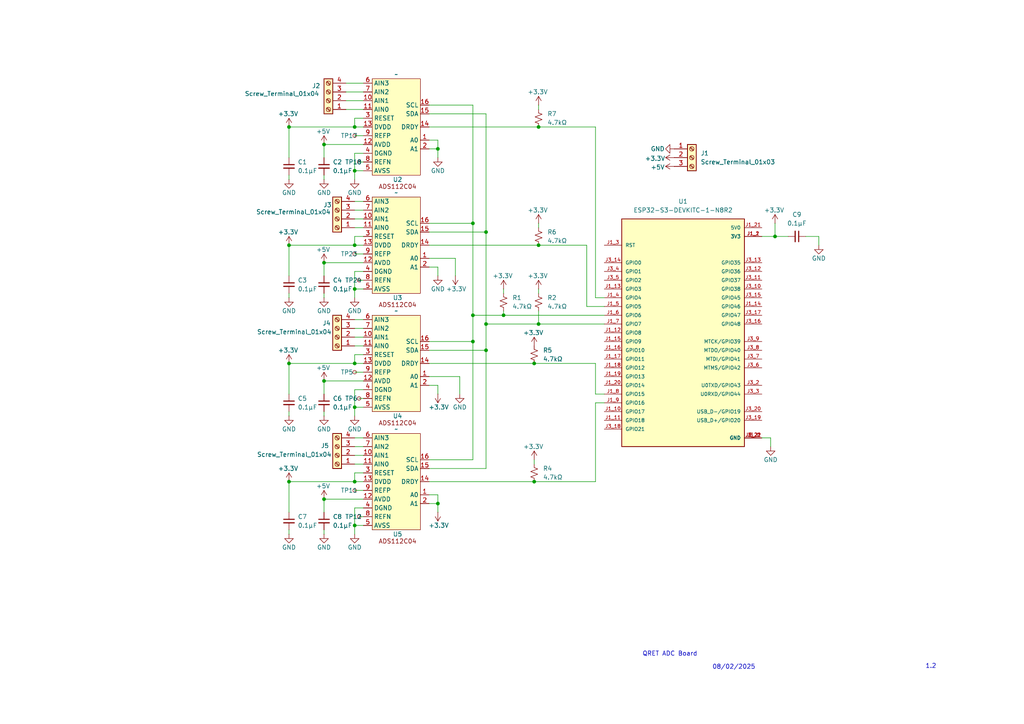
<source format=kicad_sch>
(kicad_sch (version 20231120) (generator "eeschema") (generator_version "8.0")
  (paper "A4")
  (lib_symbols
    (symbol "ADS112C04_1"
      (property "Reference" "U" (at -0.762 -12.7 0))
      (symbol "ADS112C04_1_1_1"
        (rectangle (start -7.62 16.51) (end 6.35 -11.43) (fill (type background)))
        (text "ADS112C04" (at -0.254 -14.732 0) (effects (font (size 1.27 1.27))))
        (pin input line (at 8.89 -1.27 180) (length 2.54) (name "A0") (number "1"))
        (pin input line (at -10.16 10.16 0) (length 2.54) (name "AIN1") (number "10"))
        (pin input line (at -10.16 7.62 0) (length 2.54) (name "AIN0") (number "11"))
        (pin power_in line (at -10.16 -2.54 0) (length 2.54) (name "AVDD") (number "12"))
        (pin power_in line (at -10.16 2.54 0) (length 2.54) (name "DVDD") (number "13"))
        (pin output line (at 8.89 2.54 180) (length 2.54) (name "DRDY") (number "14"))
        (pin bidirectional line (at 8.89 6.35 180) (length 2.54) (name "SDA") (number "15"))
        (pin input line (at 8.89 8.89 180) (length 2.54) (name "SCL") (number "16"))
        (pin input line (at 8.89 -3.81 180) (length 2.54) (name "A1") (number "2"))
        (pin input line (at -10.16 5.08 0) (length 2.54) (name "RESET") (number "3"))
        (pin power_in line (at -10.16 -5.08 0) (length 2.54) (name "DGND") (number "4"))
        (pin power_in line (at -10.16 -10.16 0) (length 2.54) (name "AVSS") (number "5"))
        (pin input line (at -10.16 15.24 0) (length 2.54) (name "AIN3") (number "6"))
        (pin input line (at -10.16 12.7 0) (length 2.54) (name "AIN2") (number "7"))
        (pin input line (at -10.16 -7.62 0) (length 2.54) (name "REFN") (number "8"))
        (pin input line (at -10.16 0 0) (length 2.54) (name "REFP") (number "9"))
      )
    )
    (symbol "Connector:Screw_Terminal_01x03" (pin_names (offset 1.016) hide)
      (property "Reference" "J" (at 0 5.08 0))
      (property "Value" "Screw_Terminal_01x03" (at 0 -5.08 0))
      (symbol "Screw_Terminal_01x03_1_1"
        (rectangle (start -1.27 3.81) (end 1.27 -3.81) (stroke (width 0.254)) (fill (type background)))
        (circle (center 0 -2.54) (radius 0.635) (stroke (width 0.1524)))
        (polyline (pts (xy -0.5334 -2.2098) (xy 0.3302 -3.048)) (stroke (width 0.1524)))
        (polyline (pts (xy -0.5334 0.3302) (xy 0.3302 -0.508)) (stroke (width 0.1524)))
        (polyline (pts (xy -0.5334 2.8702) (xy 0.3302 2.032)) (stroke (width 0.1524)))
        (polyline (pts (xy -0.3556 -2.032) (xy 0.508 -2.8702)) (stroke (width 0.1524)))
        (polyline (pts (xy -0.3556 0.508) (xy 0.508 -0.3302)) (stroke (width 0.1524)))
        (polyline (pts (xy -0.3556 3.048) (xy 0.508 2.2098)) (stroke (width 0.1524)))
        (circle (center 0 0) (radius 0.635) (stroke (width 0.1524)))
        (circle (center 0 2.54) (radius 0.635) (stroke (width 0.1524)))
        (pin passive line (at -5.08 2.54 0) (length 3.81) (name "Pin_1") (number "1"))
        (pin passive line (at -5.08 0 0) (length 3.81) (name "Pin_2") (number "2"))
        (pin passive line (at -5.08 -2.54 0) (length 3.81) (name "Pin_3") (number "3"))
      )
    )
    (symbol "Connector:Screw_Terminal_01x04" (pin_names (offset 1.016) hide)
      (property "Reference" "J" (at 0 5.08 0))
      (property "Value" "Screw_Terminal_01x04" (at 0 -7.62 0))
      (symbol "Screw_Terminal_01x04_1_1"
        (rectangle (start -1.27 3.81) (end 1.27 -6.35) (stroke (width 0.254)) (fill (type background)))
        (circle (center 0 -5.08) (radius 0.635) (stroke (width 0.1524)))
        (circle (center 0 -2.54) (radius 0.635) (stroke (width 0.1524)))
        (polyline (pts (xy -0.5334 -4.7498) (xy 0.3302 -5.588)) (stroke (width 0.1524)))
        (polyline (pts (xy -0.5334 -2.2098) (xy 0.3302 -3.048)) (stroke (width 0.1524)))
        (polyline (pts (xy -0.5334 0.3302) (xy 0.3302 -0.508)) (stroke (width 0.1524)))
        (polyline (pts (xy -0.5334 2.8702) (xy 0.3302 2.032)) (stroke (width 0.1524)))
        (polyline (pts (xy -0.3556 -4.572) (xy 0.508 -5.4102)) (stroke (width 0.1524)))
        (polyline (pts (xy -0.3556 -2.032) (xy 0.508 -2.8702)) (stroke (width 0.1524)))
        (polyline (pts (xy -0.3556 0.508) (xy 0.508 -0.3302)) (stroke (width 0.1524)))
        (polyline (pts (xy -0.3556 3.048) (xy 0.508 2.2098)) (stroke (width 0.1524)))
        (circle (center 0 0) (radius 0.635) (stroke (width 0.1524)))
        (circle (center 0 2.54) (radius 0.635) (stroke (width 0.1524)))
        (pin passive line (at -5.08 2.54 0) (length 3.81) (name "Pin_1") (number "1"))
        (pin passive line (at -5.08 0 0) (length 3.81) (name "Pin_2") (number "2"))
        (pin passive line (at -5.08 -2.54 0) (length 3.81) (name "Pin_3") (number "3"))
        (pin passive line (at -5.08 -5.08 0) (length 3.81) (name "Pin_4") (number "4"))
      )
    )
    (symbol "Connector:TestPoint_Small" (pin_numbers hide) (pin_names (offset 0.762) hide)
      (property "Reference" "TP" (at 0 3.81 0))
      (property "Value" "TestPoint_Small" (at 0 2.032 0))
      (symbol "TestPoint_Small_0_1"
        (circle (center 0 0) (radius 0.508))
      )
      (symbol "TestPoint_Small_1_1"
        (pin passive line (at 0 0 90) (length 0) (name "1") (number "1"))
      )
    )
    (symbol "Device:C_Small" (pin_numbers hide) (pin_names (offset 0.254) hide)
      (property "Reference" "C" (at 0.254 1.778 0))
      (property "Value" "C_Small" (at 0.254 -2.032 0))
      (symbol "C_Small_0_1"
        (polyline (pts (xy -1.524 -0.508) (xy 1.524 -0.508)) (stroke (width 0.3302)))
        (polyline (pts (xy -1.524 0.508) (xy 1.524 0.508)) (stroke (width 0.3048)))
      )
      (symbol "C_Small_1_1"
        (pin passive line (at 0 2.54 270) (length 2.032) (name "~") (number "1"))
        (pin passive line (at 0 -2.54 90) (length 2.032) (name "~") (number "2"))
      )
    )
    (symbol "Device:R_Small_US" (pin_numbers hide) (pin_names (offset 0.254) hide)
      (property "Reference" "R" (at 0.762 0.508 0))
      (property "Value" "R_Small_US" (at 0.762 -1.016 0))
      (symbol "R_Small_US_1_1"
        (polyline (pts (xy 0 0) (xy 1.016 -0.381) (xy 0 -0.762) (xy -1.016 -1.143) (xy 0 -1.524)))
        (polyline (pts (xy 0 1.524) (xy 1.016 1.143) (xy 0 0.762) (xy -1.016 0.381) (xy 0 0)))
        (pin passive line (at 0 2.54 270) (length 1.016) (name "~") (number "1"))
        (pin passive line (at 0 -2.54 90) (length 1.016) (name "~") (number "2"))
      )
    )
    (symbol "ESP32-S3-DEVKITC-1-N8R2:ESP32-S3-DEVKITC-1-N8R2" (pin_names (offset 1.016))
      (property "Reference" "U" (at -17.78 35.56 0))
      (property "Value" "ESP32-S3-DEVKITC-1-N8R2" (at -17.78 -35.56 0))
      (symbol "ESP32-S3-DEVKITC-1-N8R2_0_0"
        (rectangle (start -17.78 -33.02) (end 17.78 33.02) (stroke (width 0.254)) (fill (type background)))
        (pin power_in line (at 22.86 27.94 180) (length 5.08) (name "3V3") (number "J1_1"))
        (pin bidirectional line (at -22.86 -22.86 0) (length 5.08) (name "GPIO17") (number "J1_10"))
        (pin bidirectional line (at -22.86 -25.4 0) (length 5.08) (name "GPIO18") (number "J1_11"))
        (pin bidirectional line (at -22.86 0 0) (length 5.08) (name "GPIO8") (number "J1_12"))
        (pin bidirectional line (at -22.86 12.7 0) (length 5.08) (name "GPIO3") (number "J1_13"))
        (pin bidirectional line (at 22.86 7.62 180) (length 5.08) (name "GPIO46") (number "J1_14"))
        (pin bidirectional line (at -22.86 -2.54 0) (length 5.08) (name "GPIO9") (number "J1_15"))
        (pin bidirectional line (at -22.86 -5.08 0) (length 5.08) (name "GPIO10") (number "J1_16"))
        (pin bidirectional line (at -22.86 -7.62 0) (length 5.08) (name "GPIO11") (number "J1_17"))
        (pin bidirectional line (at -22.86 -10.16 0) (length 5.08) (name "GPIO12") (number "J1_18"))
        (pin bidirectional line (at -22.86 -12.7 0) (length 5.08) (name "GPIO13") (number "J1_19"))
        (pin power_in line (at 22.86 27.94 180) (length 5.08) (name "3V3") (number "J1_2"))
        (pin bidirectional line (at -22.86 -15.24 0) (length 5.08) (name "GPIO14") (number "J1_20"))
        (pin power_in line (at 22.86 30.48 180) (length 5.08) (name "5V0") (number "J1_21"))
        (pin power_in line (at 22.86 -30.48 180) (length 5.08) (name "GND") (number "J1_22"))
        (pin input line (at -22.86 25.4 0) (length 5.08) (name "RST") (number "J1_3"))
        (pin bidirectional line (at -22.86 10.16 0) (length 5.08) (name "GPIO4") (number "J1_4"))
        (pin bidirectional line (at -22.86 7.62 0) (length 5.08) (name "GPIO5") (number "J1_5"))
        (pin bidirectional line (at -22.86 5.08 0) (length 5.08) (name "GPIO6") (number "J1_6"))
        (pin bidirectional line (at -22.86 2.54 0) (length 5.08) (name "GPIO7") (number "J1_7"))
        (pin bidirectional line (at -22.86 -17.78 0) (length 5.08) (name "GPIO15") (number "J1_8"))
        (pin bidirectional line (at -22.86 -20.32 0) (length 5.08) (name "GPIO16") (number "J1_9"))
        (pin power_in line (at 22.86 -30.48 180) (length 5.08) (name "GND") (number "J3_1"))
        (pin bidirectional line (at 22.86 12.7 180) (length 5.08) (name "GPIO38") (number "J3_10"))
        (pin bidirectional line (at 22.86 15.24 180) (length 5.08) (name "GPIO37") (number "J3_11"))
        (pin bidirectional line (at 22.86 17.78 180) (length 5.08) (name "GPIO36") (number "J3_12"))
        (pin bidirectional line (at 22.86 20.32 180) (length 5.08) (name "GPIO35") (number "J3_13"))
        (pin bidirectional line (at -22.86 20.32 0) (length 5.08) (name "GPIO0") (number "J3_14"))
        (pin bidirectional line (at 22.86 10.16 180) (length 5.08) (name "GPIO45") (number "J3_15"))
        (pin bidirectional line (at 22.86 2.54 180) (length 5.08) (name "GPIO48") (number "J3_16"))
        (pin bidirectional line (at 22.86 5.08 180) (length 5.08) (name "GPIO47") (number "J3_17"))
        (pin bidirectional line (at -22.86 -27.94 0) (length 5.08) (name "GPIO21") (number "J3_18"))
        (pin bidirectional line (at 22.86 -25.4 180) (length 5.08) (name "USB_D+/GPIO20") (number "J3_19"))
        (pin bidirectional line (at 22.86 -15.24 180) (length 5.08) (name "U0TXD/GPIO43") (number "J3_2"))
        (pin bidirectional line (at 22.86 -22.86 180) (length 5.08) (name "USB_D-/GPIO19") (number "J3_20"))
        (pin power_in line (at 22.86 -30.48 180) (length 5.08) (name "GND") (number "J3_21"))
        (pin power_in line (at 22.86 -30.48 180) (length 5.08) (name "GND") (number "J3_22"))
        (pin bidirectional line (at 22.86 -17.78 180) (length 5.08) (name "U0RXD/GPIO44") (number "J3_3"))
        (pin bidirectional line (at -22.86 17.78 0) (length 5.08) (name "GPIO1") (number "J3_4"))
        (pin bidirectional line (at -22.86 15.24 0) (length 5.08) (name "GPIO2") (number "J3_5"))
        (pin bidirectional line (at 22.86 -10.16 180) (length 5.08) (name "MTMS/GPIO42") (number "J3_6"))
        (pin bidirectional line (at 22.86 -7.62 180) (length 5.08) (name "MTDI/GPIO41") (number "J3_7"))
        (pin bidirectional line (at 22.86 -5.08 180) (length 5.08) (name "MTDO/GPIO40") (number "J3_8"))
        (pin bidirectional line (at 22.86 -2.54 180) (length 5.08) (name "MTCK/GPIO39") (number "J3_9"))
      )
    )
    (symbol "power:+3.3V" (power) (pin_numbers hide) (pin_names (offset 0) hide)
      (property "Value" "+3.3V" (at 0 3.556 0))
      (symbol "+3.3V_0_1"
        (polyline (pts (xy -0.762 1.27) (xy 0 2.54)))
        (polyline (pts (xy 0 0) (xy 0 2.54)))
        (polyline (pts (xy 0 2.54) (xy 0.762 1.27)))
      )
      (symbol "+3.3V_1_1"
        (pin power_in line (at 0 0 90) (length 0) (name "~") (number "1"))
      )
    )
    (symbol "power:GND" (power) (pin_numbers hide) (pin_names (offset 0) hide)
      (property "Value" "GND" (at 0 -3.81 0))
      (symbol "GND_0_1"
        (polyline (pts (xy 0 0) (xy 0 -1.27) (xy 1.27 -1.27) (xy 0 -2.54) (xy -1.27 -1.27) (xy 0 -1.27)))
      )
      (symbol "GND_1_1"
        (pin power_in line (at 0 0 270) (length 0) (name "~") (number "1"))
      )
    )
  )
  (junction (at 93.98 144.78))
  (junction (at 140.97 101.6))
  (junction (at 156.21 93.98))
  (junction (at 224.79 68.58))
  (junction (at 156.21 71.12))
  (junction (at 102.87 36.83))
  (junction (at 93.98 41.91))
  (junction (at 137.16 64.77))
  (junction (at 140.97 67.31))
  (junction (at 102.87 49.53))
  (junction (at 102.87 105.41))
  (junction (at 83.82 105.41))
  (junction (at 93.98 110.49))
  (junction (at 83.82 139.7))
  (junction (at 156.21 36.83))
  (junction (at 154.94 139.7))
  (junction (at 137.16 91.44))
  (junction (at 83.82 71.12))
  (junction (at 102.87 152.4))
  (junction (at 137.16 99.06))
  (junction (at 154.94 105.41))
  (junction (at 102.87 139.7))
  (junction (at 102.87 71.12))
  (junction (at 83.82 36.83))
  (junction (at 140.97 93.98))
  (junction (at 146.05 91.44))
  (junction (at 127 43.18))
  (junction (at 102.87 83.82))
  (junction (at 93.98 76.2))
  (junction (at 127 146.05))
  (junction (at 102.87 118.11))
  (wire (pts (xy 93.98 110.49) (xy 93.98 114.3)))
  (wire (pts (xy 156.21 64.77) (xy 156.21 66.04)))
  (wire (pts (xy 105.41 152.4) (xy 102.87 152.4)))
  (wire (pts (xy 102.87 105.41) (xy 105.41 105.41)))
  (wire (pts (xy 124.46 77.47) (xy 127 77.47)))
  (wire (pts (xy 124.46 43.18) (xy 127 43.18)))
  (wire (pts (xy 93.98 76.2) (xy 105.41 76.2)))
  (wire (pts (xy 140.97 93.98) (xy 140.97 101.6)))
  (wire (pts (xy 102.87 100.33) (xy 105.41 100.33)))
  (wire (pts (xy 237.49 68.58) (xy 237.49 71.12)))
  (wire (pts (xy 102.87 78.74) (xy 102.87 83.82)))
  (wire (pts (xy 156.21 90.17) (xy 156.21 93.98)))
  (wire (pts (xy 83.82 139.7) (xy 102.87 139.7)))
  (wire (pts (xy 102.87 97.79) (xy 105.41 97.79)))
  (wire (pts (xy 105.41 78.74) (xy 102.87 78.74)))
  (wire (pts (xy 93.98 41.91) (xy 93.98 45.72)))
  (wire (pts (xy 140.97 67.31) (xy 124.46 67.31)))
  (wire (pts (xy 220.98 127) (xy 223.52 127)))
  (wire (pts (xy 127 111.76) (xy 127 114.3)))
  (wire (pts (xy 102.87 127) (xy 105.41 127)))
  (wire (pts (xy 124.46 74.93) (xy 132.08 74.93)))
  (wire (pts (xy 93.98 153.67) (xy 93.98 154.94)))
  (wire (pts (xy 83.82 105.41) (xy 102.87 105.41)))
  (wire (pts (xy 124.46 36.83) (xy 156.21 36.83)))
  (wire (pts (xy 102.87 137.16) (xy 102.87 139.7)))
  (wire (pts (xy 100.33 24.13) (xy 105.41 24.13)))
  (wire (pts (xy 172.72 36.83) (xy 172.72 86.36)))
  (wire (pts (xy 137.16 64.77) (xy 137.16 91.44)))
  (wire (pts (xy 132.08 74.93) (xy 132.08 80.01)))
  (wire (pts (xy 83.82 153.67) (xy 83.82 154.94)))
  (wire (pts (xy 104.14 115.57) (xy 105.41 115.57)))
  (wire (pts (xy 127 43.18) (xy 127 45.72)))
  (wire (pts (xy 102.87 44.45) (xy 102.87 49.53)))
  (wire (pts (xy 104.14 149.86) (xy 105.41 149.86)))
  (wire (pts (xy 124.46 111.76) (xy 127 111.76)))
  (wire (pts (xy 102.87 73.66) (xy 105.41 73.66)))
  (wire (pts (xy 233.68 68.58) (xy 237.49 68.58)))
  (wire (pts (xy 102.87 36.83) (xy 105.41 36.83)))
  (wire (pts (xy 124.46 71.12) (xy 156.21 71.12)))
  (wire (pts (xy 154.94 139.7) (xy 172.72 139.7)))
  (wire (pts (xy 102.87 152.4) (xy 102.87 154.94)))
  (wire (pts (xy 104.14 81.28) (xy 105.41 81.28)))
  (wire (pts (xy 102.87 129.54) (xy 105.41 129.54)))
  (wire (pts (xy 224.79 68.58) (xy 224.79 64.77)))
  (wire (pts (xy 140.97 33.02) (xy 140.97 67.31)))
  (wire (pts (xy 140.97 93.98) (xy 156.21 93.98)))
  (wire (pts (xy 156.21 30.48) (xy 156.21 31.75)))
  (wire (pts (xy 154.94 133.35) (xy 154.94 134.62)))
  (wire (pts (xy 100.33 26.67) (xy 105.41 26.67)))
  (wire (pts (xy 124.46 101.6) (xy 140.97 101.6)))
  (wire (pts (xy 102.87 49.53) (xy 102.87 52.07)))
  (wire (pts (xy 156.21 71.12) (xy 170.18 71.12)))
  (wire (pts (xy 170.18 88.9) (xy 175.26 88.9)))
  (wire (pts (xy 156.21 83.82) (xy 156.21 85.09)))
  (wire (pts (xy 220.98 68.58) (xy 224.79 68.58)))
  (wire (pts (xy 102.87 139.7) (xy 105.41 139.7)))
  (wire (pts (xy 224.79 68.58) (xy 228.6 68.58)))
  (wire (pts (xy 127 40.64) (xy 127 43.18)))
  (wire (pts (xy 146.05 83.82) (xy 146.05 85.09)))
  (wire (pts (xy 172.72 105.41) (xy 172.72 114.3)))
  (wire (pts (xy 102.87 107.95) (xy 105.41 107.95)))
  (wire (pts (xy 223.52 127) (xy 223.52 129.54)))
  (wire (pts (xy 137.16 91.44) (xy 137.16 99.06)))
  (wire (pts (xy 102.87 95.25) (xy 105.41 95.25)))
  (wire (pts (xy 83.82 119.38) (xy 83.82 120.65)))
  (wire (pts (xy 102.87 66.04) (xy 105.41 66.04)))
  (wire (pts (xy 105.41 113.03) (xy 102.87 113.03)))
  (wire (pts (xy 146.05 90.17) (xy 146.05 91.44)))
  (wire (pts (xy 124.46 143.51) (xy 127 143.51)))
  (wire (pts (xy 105.41 68.58) (xy 102.87 68.58)))
  (wire (pts (xy 105.41 102.87) (xy 102.87 102.87)))
  (wire (pts (xy 105.41 49.53) (xy 102.87 49.53)))
  (wire (pts (xy 105.41 147.32) (xy 102.87 147.32)))
  (wire (pts (xy 140.97 135.89) (xy 140.97 101.6)))
  (wire (pts (xy 124.46 133.35) (xy 137.16 133.35)))
  (wire (pts (xy 102.87 83.82) (xy 102.87 86.36)))
  (wire (pts (xy 172.72 116.84) (xy 172.72 139.7)))
  (wire (pts (xy 102.87 92.71) (xy 105.41 92.71)))
  (wire (pts (xy 100.33 29.21) (xy 105.41 29.21)))
  (wire (pts (xy 93.98 144.78) (xy 93.98 148.59)))
  (wire (pts (xy 83.82 71.12) (xy 102.87 71.12)))
  (wire (pts (xy 124.46 105.41) (xy 154.94 105.41)))
  (wire (pts (xy 83.82 50.8) (xy 83.82 52.07)))
  (wire (pts (xy 93.98 119.38) (xy 93.98 120.65)))
  (wire (pts (xy 105.41 34.29) (xy 102.87 34.29)))
  (wire (pts (xy 124.46 30.48) (xy 137.16 30.48)))
  (wire (pts (xy 137.16 30.48) (xy 137.16 64.77)))
  (wire (pts (xy 156.21 93.98) (xy 175.26 93.98)))
  (wire (pts (xy 102.87 34.29) (xy 102.87 36.83)))
  (wire (pts (xy 172.72 116.84) (xy 175.26 116.84)))
  (wire (pts (xy 102.87 58.42) (xy 105.41 58.42)))
  (wire (pts (xy 127 146.05) (xy 127 148.59)))
  (wire (pts (xy 102.87 39.37) (xy 105.41 39.37)))
  (wire (pts (xy 172.72 86.36) (xy 175.26 86.36)))
  (wire (pts (xy 102.87 71.12) (xy 105.41 71.12)))
  (wire (pts (xy 83.82 36.83) (xy 102.87 36.83)))
  (wire (pts (xy 100.33 31.75) (xy 105.41 31.75)))
  (wire (pts (xy 146.05 91.44) (xy 175.26 91.44)))
  (wire (pts (xy 154.94 105.41) (xy 172.72 105.41)))
  (wire (pts (xy 124.46 135.89) (xy 140.97 135.89)))
  (wire (pts (xy 105.41 83.82) (xy 102.87 83.82)))
  (wire (pts (xy 124.46 64.77) (xy 137.16 64.77)))
  (wire (pts (xy 83.82 36.83) (xy 83.82 45.72)))
  (wire (pts (xy 124.46 146.05) (xy 127 146.05)))
  (wire (pts (xy 93.98 41.91) (xy 105.41 41.91)))
  (wire (pts (xy 172.72 114.3) (xy 175.26 114.3)))
  (wire (pts (xy 137.16 91.44) (xy 146.05 91.44)))
  (wire (pts (xy 83.82 105.41) (xy 83.82 114.3)))
  (wire (pts (xy 83.82 85.09) (xy 83.82 86.36)))
  (wire (pts (xy 140.97 67.31) (xy 140.97 93.98)))
  (wire (pts (xy 93.98 110.49) (xy 105.41 110.49)))
  (wire (pts (xy 105.41 44.45) (xy 102.87 44.45)))
  (wire (pts (xy 124.46 109.22) (xy 133.35 109.22)))
  (wire (pts (xy 133.35 109.22) (xy 133.35 114.3)))
  (wire (pts (xy 124.46 40.64) (xy 127 40.64)))
  (wire (pts (xy 83.82 71.12) (xy 83.82 80.01)))
  (wire (pts (xy 105.41 118.11) (xy 102.87 118.11)))
  (wire (pts (xy 102.87 102.87) (xy 102.87 105.41)))
  (wire (pts (xy 102.87 118.11) (xy 102.87 120.65)))
  (wire (pts (xy 102.87 147.32) (xy 102.87 152.4)))
  (wire (pts (xy 137.16 99.06) (xy 124.46 99.06)))
  (wire (pts (xy 93.98 50.8) (xy 93.98 52.07)))
  (wire (pts (xy 105.41 137.16) (xy 102.87 137.16)))
  (wire (pts (xy 156.21 36.83) (xy 172.72 36.83)))
  (wire (pts (xy 124.46 33.02) (xy 140.97 33.02)))
  (wire (pts (xy 102.87 134.62) (xy 105.41 134.62)))
  (wire (pts (xy 83.82 139.7) (xy 83.82 148.59)))
  (wire (pts (xy 93.98 144.78) (xy 105.41 144.78)))
  (wire (pts (xy 137.16 133.35) (xy 137.16 99.06)))
  (wire (pts (xy 93.98 76.2) (xy 93.98 80.01)))
  (wire (pts (xy 127 143.51) (xy 127 146.05)))
  (wire (pts (xy 104.14 46.99) (xy 105.41 46.99)))
  (wire (pts (xy 102.87 60.96) (xy 105.41 60.96)))
  (wire (pts (xy 127 77.47) (xy 127 80.01)))
  (wire (pts (xy 102.87 68.58) (xy 102.87 71.12)))
  (wire (pts (xy 102.87 63.5) (xy 105.41 63.5)))
  (wire (pts (xy 102.87 113.03) (xy 102.87 118.11)))
  (wire (pts (xy 170.18 71.12) (xy 170.18 88.9)))
  (wire (pts (xy 124.46 139.7) (xy 154.94 139.7)))
  (wire (pts (xy 93.98 85.09) (xy 93.98 86.36)))
  (wire (pts (xy 102.87 132.08) (xy 105.41 132.08)))
  (wire (pts (xy 102.87 142.24) (xy 105.41 142.24)))
  (text "1.2" (at 270.002 193.294 0) (effects (font (size 1.27 1.27))))
  (text "08/02/2025" (at 212.852 193.548 0) (effects (font (size 1.27 1.27))))
  (text "QRET ADC Board" (at 194.31 189.738 0) (effects (font (size 1.27 1.27))))
  (symbol (lib_id "Device:C_Small") (at 231.14 68.58 270) (unit 1)
    (property "Reference" "C9" (at 231.1336 62.23 90))
    (property "Value" "0.1μF" (at 231.1336 64.77 90))
    (property "Footprint" "Capacitor_THT:C_Disc_D4.7mm_W2.5mm_P5.00mm" (effects (hide yes)))
    (property "Description" "Unpolarized capacitor, small symbol" (effects (hide yes)))
  )
  (symbol (lib_id "power:GND") (at 127 45.72 0) (unit 1)
    (property "Reference" "#PWR018" (effects (hide yes)))
    (property "Value" "GND" (at 127 49.53 0))
    (property "Description" "Power symbol creates a global label with name \"GND\" , ground" (effects (hide yes)))
  )
  (symbol (lib_id "Connector:Screw_Terminal_01x04") (at 97.79 132.08 180) (unit 1)
    (property "Reference" "J5" (at 94.234 129.286 0))
    (property "Value" "Screw_Terminal_01x04" (at 85.344 131.826 0))
    (property "Footprint" "TerminalBlock:TerminalBlock_Xinya_XY308-2.54-4P_1x04_P2.54mm_Horizontal" (effects (hide yes)))
    (property "Description" "Generic screw terminal, single row, 01x04, script generated (kicad-library-utils/schlib/autogen/connector/)" (effects (hide yes)))
  )
  (symbol (lib_id "power:+3.3V") (at 93.98 144.78 0) (unit 1)
    (property "Reference" "#PWR020" (effects (hide yes)))
    (property "Value" "+5V" (at 93.726 140.97 0))
    (property "Description" "Power symbol creates a global label with name \"+3.3V\"" (effects (hide yes)))
  )
  (symbol (lib_id "power:GND") (at 83.82 52.07 0) (unit 1)
    (property "Reference" "#PWR04" (effects (hide yes)))
    (property "Value" "GND" (at 83.82 55.88 0))
    (property "Description" "Power symbol creates a global label with name \"GND\" , ground" (effects (hide yes)))
  )
  (symbol (lib_id "Device:C_Small") (at 83.82 48.26 0) (unit 1)
    (property "Reference" "C1" (at 86.36 46.9962 0) (effects (justify left)))
    (property "Value" "0.1μF" (at 86.36 49.5362 0) (effects (justify left)))
    (property "Footprint" "Capacitor_THT:C_Disc_D4.7mm_W2.5mm_P5.00mm" (effects (hide yes)))
    (property "Description" "Unpolarized capacitor, small symbol" (effects (hide yes)))
  )
  (symbol (lib_id "Device:C_Small") (at 93.98 48.26 0) (unit 1)
    (property "Reference" "C2" (at 96.52 46.9962 0) (effects (justify left)))
    (property "Value" "0.1μF" (at 96.52 49.5362 0) (effects (justify left)))
    (property "Footprint" "Capacitor_THT:C_Disc_D4.7mm_W2.5mm_P5.00mm" (effects (hide yes)))
    (property "Description" "Unpolarized capacitor, small symbol" (effects (hide yes)))
  )
  (symbol (lib_id "power:GND") (at 102.87 154.94 0) (unit 1)
    (property "Reference" "#PWR023" (effects (hide yes)))
    (property "Value" "GND" (at 102.87 158.75 0))
    (property "Description" "Power symbol creates a global label with name \"GND\" , ground" (effects (hide yes)))
  )
  (symbol (lib_id "power:+3.3V") (at 195.58 48.26 90) (unit 1)
    (property "Reference" "#PWR036" (effects (hide yes)))
    (property "Value" "+5V" (at 190.754 48.514 90))
    (property "Description" "Power symbol creates a global label with name \"+3.3V\"" (effects (hide yes)))
  )
  (symbol (lib_id "Connector:Screw_Terminal_01x03") (at 200.66 45.72 0) (unit 1)
    (property "Reference" "J1" (at 203.2 44.4499 0) (effects (justify left)))
    (property "Value" "Screw_Terminal_01x03" (at 203.2 46.9899 0) (effects (justify left)))
    (property "Footprint" "Connector_JST:JST_XH_B3B-XH-A_1x03_P2.50mm_Vertical" (effects (hide yes)))
    (property "Description" "Generic screw terminal, single row, 01x03, script generated (kicad-library-utils/schlib/autogen/connector/)" (effects (hide yes)))
  )
  (symbol (lib_id "Connector:TestPoint_Small") (at 104.14 81.28 270) (unit 1)
    (property "Reference" "TP24" (at 100.076 81.28 90) (effects (justify left)))
    (property "Value" "TestPoint_Small" (effects (hide yes)))
    (property "Footprint" "TestPoint:TestPoint_THTPad_D1.5mm_Drill0.7mm" (effects (hide yes)))
    (property "Description" "test point" (effects (hide yes)))
  )
  (symbol (lib_id "power:GND") (at 83.82 154.94 0) (unit 1)
    (property "Reference" "#PWR016" (effects (hide yes)))
    (property "Value" "GND" (at 83.82 158.75 0))
    (property "Description" "Power symbol creates a global label with name \"GND\" , ground" (effects (hide yes)))
  )
  (symbol (lib_id "power:+3.3V") (at 154.94 100.33 0) (unit 1)
    (property "Reference" "#PWR032" (effects (hide yes)))
    (property "Value" "+3.3V" (at 154.686 96.52 0))
    (property "Description" "Power symbol creates a global label with name \"+3.3V\"" (effects (hide yes)))
  )
  (symbol (lib_id "power:GND") (at 83.82 120.65 0) (unit 1)
    (property "Reference" "#PWR014" (effects (hide yes)))
    (property "Value" "GND" (at 83.82 124.46 0))
    (property "Description" "Power symbol creates a global label with name \"GND\" , ground" (effects (hide yes)))
  )
  (symbol (lib_id "power:+3.3V") (at 93.98 76.2 0) (unit 1)
    (property "Reference" "#PWR010" (effects (hide yes)))
    (property "Value" "+5V" (at 93.726 72.39 0))
    (property "Description" "Power symbol creates a global label with name \"+3.3V\"" (effects (hide yes)))
  )
  (symbol (lib_id "Device:C_Small") (at 93.98 151.13 0) (unit 1)
    (property "Reference" "C8" (at 96.52 149.8662 0) (effects (justify left)))
    (property "Value" "0.1μF" (at 96.52 152.4062 0) (effects (justify left)))
    (property "Footprint" "Capacitor_THT:C_Disc_D4.7mm_W2.5mm_P5.00mm" (effects (hide yes)))
    (property "Description" "Unpolarized capacitor, small symbol" (effects (hide yes)))
  )
  (symbol (lib_id "Device:R_Small_US") (at 156.21 68.58 0) (unit 1)
    (property "Reference" "R6" (at 158.75 67.3099 0) (effects (justify left)))
    (property "Value" "4.7kΩ" (at 158.75 69.8499 0) (effects (justify left)))
    (property "Footprint" "Resistor_THT:R_Axial_DIN0309_L9.0mm_D3.2mm_P12.70mm_Horizontal" (effects (hide yes)))
    (property "Description" "Resistor, small US symbol" (effects (hide yes)))
  )
  (symbol (lib_id "power:+3.3V") (at 93.98 41.91 0) (unit 1)
    (property "Reference" "#PWR05" (effects (hide yes)))
    (property "Value" "+5V" (at 93.726 38.1 0))
    (property "Description" "Power symbol creates a global label with name \"+3.3V\"" (effects (hide yes)))
  )
  (symbol (lib_id "power:+3.3V") (at 154.94 133.35 0) (unit 1)
    (property "Reference" "#PWR033" (effects (hide yes)))
    (property "Value" "+3.3V" (at 154.686 129.54 0))
    (property "Description" "Power symbol creates a global label with name \"+3.3V\"" (effects (hide yes)))
  )
  (symbol (lib_id "power:+3.3V") (at 156.21 30.48 0) (unit 1)
    (property "Reference" "#PWR035" (effects (hide yes)))
    (property "Value" "+3.3V" (at 155.956 26.67 0))
    (property "Description" "Power symbol creates a global label with name \"+3.3V\"" (effects (hide yes)))
  )
  (symbol (lib_id "Connector:TestPoint_Small") (at 104.14 115.57 270) (unit 1)
    (property "Reference" "TP6" (at 100.076 115.57 90) (effects (justify left)))
    (property "Value" "TestPoint_Small" (effects (hide yes)))
    (property "Footprint" "TestPoint:TestPoint_THTPad_D1.5mm_Drill0.7mm" (effects (hide yes)))
    (property "Description" "test point" (effects (hide yes)))
  )
  (symbol (lib_name "ADS112C04_1") (lib_id "ADS112C04:ADS112C04") (at 115.57 73.66 0) (unit 1)
    (property "Reference" "U3" (at 115.316 86.36 0))
    (property "Value" "~" (at 114.935 55.88 0))
    (property "Footprint" "ADS112C04IPWR:SOP65P640X120-16N" (effects (hide yes)))
  )
  (symbol (lib_id "power:+3.3V") (at 83.82 71.12 0) (unit 1)
    (property "Reference" "#PWR012" (effects (hide yes)))
    (property "Value" "+3.3V" (at 83.566 67.31 0))
    (property "Description" "Power symbol creates a global label with name \"+3.3V\"" (effects (hide yes)))
  )
  (symbol (lib_id "Device:C_Small") (at 83.82 151.13 0) (unit 1)
    (property "Reference" "C7" (at 86.36 149.8662 0) (effects (justify left)))
    (property "Value" "0.1μF" (at 86.36 152.4062 0) (effects (justify left)))
    (property "Footprint" "Capacitor_THT:C_Disc_D4.7mm_W2.5mm_P5.00mm" (effects (hide yes)))
    (property "Description" "Unpolarized capacitor, small symbol" (effects (hide yes)))
  )
  (symbol (lib_id "power:GND") (at 223.52 129.54 0) (unit 1)
    (property "Reference" "#PWR01" (effects (hide yes)))
    (property "Value" "GND" (at 223.52 133.35 0))
    (property "Description" "Power symbol creates a global label with name \"GND\" , ground" (effects (hide yes)))
  )
  (symbol (lib_id "Device:R_Small_US") (at 146.05 87.63 0) (unit 1)
    (property "Reference" "R1" (at 148.59 86.3599 0) (effects (justify left)))
    (property "Value" "4.7kΩ" (at 148.59 88.8999 0) (effects (justify left)))
    (property "Footprint" "Resistor_THT:R_Axial_DIN0309_L9.0mm_D3.2mm_P12.70mm_Horizontal" (effects (hide yes)))
    (property "Description" "Resistor, small US symbol" (effects (hide yes)))
  )
  (symbol (lib_id "power:GND") (at 93.98 52.07 0) (unit 1)
    (property "Reference" "#PWR06" (effects (hide yes)))
    (property "Value" "GND" (at 93.98 55.88 0))
    (property "Description" "Power symbol creates a global label with name \"GND\" , ground" (effects (hide yes)))
  )
  (symbol (lib_id "power:+3.3V") (at 156.21 83.82 0) (unit 1)
    (property "Reference" "#PWR031" (effects (hide yes)))
    (property "Value" "+3.3V" (at 155.956 80.01 0))
    (property "Description" "Power symbol creates a global label with name \"+3.3V\"" (effects (hide yes)))
  )
  (symbol (lib_id "power:GND") (at 93.98 86.36 0) (unit 1)
    (property "Reference" "#PWR011" (effects (hide yes)))
    (property "Value" "GND" (at 93.98 90.17 0))
    (property "Description" "Power symbol creates a global label with name \"GND\" , ground" (effects (hide yes)))
  )
  (symbol (lib_id "power:+3.3V") (at 156.21 64.77 0) (unit 1)
    (property "Reference" "#PWR034" (effects (hide yes)))
    (property "Value" "+3.3V" (at 155.956 60.96 0))
    (property "Description" "Power symbol creates a global label with name \"+3.3V\"" (effects (hide yes)))
  )
  (symbol (lib_id "power:GND") (at 102.87 86.36 0) (unit 1)
    (property "Reference" "#PWR09" (effects (hide yes)))
    (property "Value" "GND" (at 102.87 90.17 0))
    (property "Description" "Power symbol creates a global label with name \"GND\" , ground" (effects (hide yes)))
  )
  (symbol (lib_name "ADS112C04_1") (lib_id "ADS112C04:ADS112C04") (at 115.57 39.37 0) (unit 1)
    (property "Reference" "U2" (at 115.316 52.07 0))
    (property "Value" "~" (at 114.935 21.59 0))
    (property "Footprint" "ADS112C04IPWR:SOP65P640X120-16N" (effects (hide yes)))
  )
  (symbol (lib_id "power:+3.3V") (at 127 148.59 180) (unit 1)
    (property "Reference" "#PWR029" (effects (hide yes)))
    (property "Value" "+3.3V" (at 127.254 152.4 0))
    (property "Description" "Power symbol creates a global label with name \"+3.3V\"" (effects (hide yes)))
  )
  (symbol (lib_id "power:+3.3V") (at 224.79 64.77 0) (unit 1)
    (property "Reference" "#PWR024" (effects (hide yes)))
    (property "Value" "+3.3V" (at 224.536 60.96 0))
    (property "Description" "Power symbol creates a global label with name \"+3.3V\"" (effects (hide yes)))
  )
  (symbol (lib_id "Device:R_Small_US") (at 154.94 102.87 0) (unit 1)
    (property "Reference" "R5" (at 157.48 101.5999 0) (effects (justify left)))
    (property "Value" "4.7kΩ" (at 157.48 104.1399 0) (effects (justify left)))
    (property "Footprint" "Resistor_THT:R_Axial_DIN0309_L9.0mm_D3.2mm_P12.70mm_Horizontal" (effects (hide yes)))
    (property "Description" "Resistor, small US symbol" (effects (hide yes)))
  )
  (symbol (lib_name "ADS112C04_1") (lib_id "ADS112C04:ADS112C04") (at 115.57 107.95 0) (unit 1)
    (property "Reference" "U4" (at 115.316 120.65 0))
    (property "Value" "~" (at 114.935 90.17 0))
    (property "Footprint" "ADS112C04IPWR:SOP65P640X120-16N" (effects (hide yes)))
  )
  (symbol (lib_id "power:+3.3V") (at 83.82 105.41 0) (unit 1)
    (property "Reference" "#PWR08" (effects (hide yes)))
    (property "Value" "+3.3V" (at 83.566 101.6 0))
    (property "Description" "Power symbol creates a global label with name \"+3.3V\"" (effects (hide yes)))
  )
  (symbol (lib_id "power:+3.3V") (at 83.82 36.83 0) (unit 1)
    (property "Reference" "#PWR03" (effects (hide yes)))
    (property "Value" "+3.3V" (at 83.566 33.02 0))
    (property "Description" "Power symbol creates a global label with name \"+3.3V\"" (effects (hide yes)))
  )
  (symbol (lib_id "Connector:Screw_Terminal_01x04") (at 97.79 63.5 180) (unit 1)
    (property "Reference" "J3" (at 94.996 59.436 0))
    (property "Value" "Screw_Terminal_01x04" (at 85.09 61.468 0))
    (property "Footprint" "TerminalBlock:TerminalBlock_Xinya_XY308-2.54-4P_1x04_P2.54mm_Horizontal" (effects (hide yes)))
    (property "Description" "Generic screw terminal, single row, 01x04, script generated (kicad-library-utils/schlib/autogen/connector/)" (effects (hide yes)))
  )
  (symbol (lib_id "power:+3.3V") (at 195.58 45.72 90) (unit 1)
    (property "Reference" "#PWR037" (effects (hide yes)))
    (property "Value" "+3.3V" (at 189.992 45.974 90))
    (property "Description" "Power symbol creates a global label with name \"+3.3V\"" (effects (hide yes)))
  )
  (symbol (lib_id "Device:C_Small") (at 93.98 82.55 0) (unit 1)
    (property "Reference" "C4" (at 96.52 81.2862 0) (effects (justify left)))
    (property "Value" "0.1μF" (at 96.52 83.8262 0) (effects (justify left)))
    (property "Footprint" "Capacitor_THT:C_Disc_D4.7mm_W2.5mm_P5.00mm" (effects (hide yes)))
    (property "Description" "Unpolarized capacitor, small symbol" (effects (hide yes)))
  )
  (symbol (lib_id "power:+3.3V") (at 146.05 83.82 0) (unit 1)
    (property "Reference" "#PWR030" (effects (hide yes)))
    (property "Value" "+3.3V" (at 145.796 80.01 0))
    (property "Description" "Power symbol creates a global label with name \"+3.3V\"" (effects (hide yes)))
  )
  (symbol (lib_id "Device:C_Small") (at 83.82 116.84 0) (unit 1)
    (property "Reference" "C5" (at 86.36 115.5762 0) (effects (justify left)))
    (property "Value" "0.1μF" (at 86.36 118.1162 0) (effects (justify left)))
    (property "Footprint" "Capacitor_THT:C_Disc_D4.7mm_W2.5mm_P5.00mm" (effects (hide yes)))
    (property "Description" "Unpolarized capacitor, small symbol" (effects (hide yes)))
  )
  (symbol (lib_id "Device:R_Small_US") (at 156.21 34.29 0) (unit 1)
    (property "Reference" "R7" (at 158.75 33.0199 0) (effects (justify left)))
    (property "Value" "4.7kΩ" (at 158.75 35.5599 0) (effects (justify left)))
    (property "Footprint" "Resistor_THT:R_Axial_DIN0309_L9.0mm_D3.2mm_P12.70mm_Horizontal" (effects (hide yes)))
    (property "Description" "Resistor, small US symbol" (effects (hide yes)))
  )
  (symbol (lib_id "power:GND") (at 83.82 86.36 0) (unit 1)
    (property "Reference" "#PWR013" (effects (hide yes)))
    (property "Value" "GND" (at 83.82 90.17 0))
    (property "Description" "Power symbol creates a global label with name \"GND\" , ground" (effects (hide yes)))
  )
  (symbol (lib_id "Connector:TestPoint_Small") (at 104.14 149.86 270) (unit 1)
    (property "Reference" "TP12" (at 100.076 149.86 90) (effects (justify left)))
    (property "Value" "TestPoint_Small" (effects (hide yes)))
    (property "Footprint" "TestPoint:TestPoint_THTPad_D1.5mm_Drill0.7mm" (effects (hide yes)))
    (property "Description" "test point" (effects (hide yes)))
  )
  (symbol (lib_id "ESP32-S3-DEVKITC-1-N8R2:ESP32-S3-DEVKITC-1-N8R2") (at 198.12 96.52 0) (unit 1)
    (property "Reference" "U1" (at 198.12 58.42 0))
    (property "Value" "ESP32-S3-DEVKITC-1-N8R2" (at 198.12 60.96 0))
    (property "Footprint" "ESP32-S3-DEVKITC-1-N8R2:XCVR_ESP32-S3-DEVKITC-1-N8R2" (effects (hide yes)))
    (property "MF" "Espressif Systems" (effects (hide yes)))
    (property "Description_1" "\n                        \n                            WiFi Development Tools - 802.11 ESP32-S3 general-purpose development board, embeds ESP32-S3-WROOM-1-N8R2, with pin header\n                        \n" (effects (hide yes)))
    (property "Package" "None" (effects (hide yes)))
    (property "Price" "None" (effects (hide yes)))
    (property "Check_prices" "https://www.snapeda.com/parts/ESP32-S3-DEVKITC-1-N8R2/Espressif+Systems/view-part/?ref=eda" (effects (hide yes)))
    (property "STANDARD" "Manufacturer Recommendations" (effects (hide yes)))
    (property "PARTREV" "V1" (effects (hide yes)))
    (property "SnapEDA_Link" "https://www.snapeda.com/parts/ESP32-S3-DEVKITC-1-N8R2/Espressif+Systems/view-part/?ref=snap" (effects (hide yes)))
    (property "MP" "ESP32-S3-DEVKITC-1-N8R2" (effects (hide yes)))
    (property "Availability" "In Stock" (effects (hide yes)))
    (property "MANUFACTURER" "Espressif" (effects (hide yes)))
  )
  (symbol (lib_id "Connector:TestPoint_Small") (at 104.14 46.99 270) (unit 1)
    (property "Reference" "TP18" (at 100.076 46.99 90) (effects (justify left)))
    (property "Value" "TestPoint_Small" (effects (hide yes)))
    (property "Footprint" "TestPoint:TestPoint_THTPad_D1.5mm_Drill0.7mm" (effects (hide yes)))
    (property "Description" "test point" (effects (hide yes)))
  )
  (symbol (lib_id "Connector:TestPoint_Small") (at 102.87 107.95 270) (unit 1)
    (property "Reference" "TP5" (at 98.806 107.95 90) (effects (justify left)))
    (property "Value" "TestPoint_Small" (effects (hide yes)))
    (property "Footprint" "TestPoint:TestPoint_THTPad_D1.5mm_Drill0.7mm" (effects (hide yes)))
    (property "Description" "test point" (effects (hide yes)))
  )
  (symbol (lib_id "Device:C_Small") (at 93.98 116.84 0) (unit 1)
    (property "Reference" "C6" (at 96.52 115.5762 0) (effects (justify left)))
    (property "Value" "0.1μF" (at 96.52 118.1162 0) (effects (justify left)))
    (property "Footprint" "Capacitor_THT:C_Disc_D4.7mm_W2.5mm_P5.00mm" (effects (hide yes)))
    (property "Description" "Unpolarized capacitor, small symbol" (effects (hide yes)))
  )
  (symbol (lib_id "Device:C_Small") (at 83.82 82.55 0) (unit 1)
    (property "Reference" "C3" (at 86.36 81.2862 0) (effects (justify left)))
    (property "Value" "0.1μF" (at 86.36 83.8262 0) (effects (justify left)))
    (property "Footprint" "Capacitor_THT:C_Disc_D4.7mm_W2.5mm_P5.00mm" (effects (hide yes)))
    (property "Description" "Unpolarized capacitor, small symbol" (effects (hide yes)))
  )
  (symbol (lib_id "power:GND") (at 102.87 120.65 0) (unit 1)
    (property "Reference" "#PWR022" (effects (hide yes)))
    (property "Value" "GND" (at 102.87 124.46 0))
    (property "Description" "Power symbol creates a global label with name \"GND\" , ground" (effects (hide yes)))
  )
  (symbol (lib_id "power:GND") (at 102.87 52.07 0) (unit 1)
    (property "Reference" "#PWR07" (effects (hide yes)))
    (property "Value" "GND" (at 102.87 55.88 0))
    (property "Description" "Power symbol creates a global label with name \"GND\" , ground" (effects (hide yes)))
  )
  (symbol (lib_id "Connector:Screw_Terminal_01x04") (at 95.25 29.21 180) (unit 1)
    (property "Reference" "J2" (at 91.694 24.892 0))
    (property "Value" "Screw_Terminal_01x04" (at 81.788 27.178 0))
    (property "Footprint" "TerminalBlock:TerminalBlock_Xinya_XY308-2.54-4P_1x04_P2.54mm_Horizontal" (effects (hide yes)))
    (property "Description" "Generic screw terminal, single row, 01x04, script generated (kicad-library-utils/schlib/autogen/connector/)" (effects (hide yes)))
  )
  (symbol (lib_id "Device:R_Small_US") (at 154.94 137.16 0) (unit 1)
    (property "Reference" "R4" (at 157.48 135.8899 0) (effects (justify left)))
    (property "Value" "4.7kΩ" (at 157.48 138.4299 0) (effects (justify left)))
    (property "Footprint" "Resistor_THT:R_Axial_DIN0309_L9.0mm_D3.2mm_P12.70mm_Horizontal" (effects (hide yes)))
    (property "Description" "Resistor, small US symbol" (effects (hide yes)))
  )
  (symbol (lib_id "power:+3.3V") (at 93.98 110.49 0) (unit 1)
    (property "Reference" "#PWR017" (effects (hide yes)))
    (property "Value" "+5V" (at 93.726 106.68 0))
    (property "Description" "Power symbol creates a global label with name \"+3.3V\"" (effects (hide yes)))
  )
  (symbol (lib_id "power:GND") (at 195.58 43.18 270) (unit 1)
    (property "Reference" "#PWR038" (effects (hide yes)))
    (property "Value" "GND" (at 190.754 43.18 90))
    (property "Description" "Power symbol creates a global label with name \"GND\" , ground" (effects (hide yes)))
  )
  (symbol (lib_id "Connector:TestPoint_Small") (at 102.87 142.24 270) (unit 1)
    (property "Reference" "TP11" (at 98.806 142.24 90) (effects (justify left)))
    (property "Value" "TestPoint_Small" (effects (hide yes)))
    (property "Footprint" "TestPoint:TestPoint_THTPad_D1.5mm_Drill0.7mm" (effects (hide yes)))
    (property "Description" "test point" (effects (hide yes)))
  )
  (symbol (lib_id "power:+3.3V") (at 132.08 80.01 180) (unit 1)
    (property "Reference" "#PWR026" (effects (hide yes)))
    (property "Value" "+3.3V" (at 132.334 83.82 0))
    (property "Description" "Power symbol creates a global label with name \"+3.3V\"" (effects (hide yes)))
  )
  (symbol (lib_id "power:GND") (at 127 80.01 0) (unit 1)
    (property "Reference" "#PWR025" (effects (hide yes)))
    (property "Value" "GND" (at 127 83.82 0))
    (property "Description" "Power symbol creates a global label with name \"GND\" , ground" (effects (hide yes)))
  )
  (symbol (lib_id "power:GND") (at 133.35 114.3 0) (unit 1)
    (property "Reference" "#PWR028" (effects (hide yes)))
    (property "Value" "GND" (at 133.35 118.11 0))
    (property "Description" "Power symbol creates a global label with name \"GND\" , ground" (effects (hide yes)))
  )
  (symbol (lib_name "ADS112C04_1") (lib_id "ADS112C04:ADS112C04") (at 115.57 142.24 0) (unit 1)
    (property "Reference" "U5" (at 115.316 154.94 0))
    (property "Value" "~" (at 114.935 124.46 0))
    (property "Footprint" "ADS112C04IPWR:SOP65P640X120-16N" (effects (hide yes)))
  )
  (symbol (lib_id "Connector:TestPoint_Small") (at 102.87 73.66 270) (unit 1)
    (property "Reference" "TP23" (at 98.806 73.66 90) (effects (justify left)))
    (property "Value" "TestPoint_Small" (effects (hide yes)))
    (property "Footprint" "TestPoint:TestPoint_THTPad_D1.5mm_Drill0.7mm" (effects (hide yes)))
    (property "Description" "test point" (effects (hide yes)))
  )
  (symbol (lib_id "Connector:TestPoint_Small") (at 102.87 39.37 270) (unit 1)
    (property "Reference" "TP17" (at 98.806 39.37 90) (effects (justify left)))
    (property "Value" "TestPoint_Small" (effects (hide yes)))
    (property "Footprint" "TestPoint:TestPoint_THTPad_D1.5mm_Drill0.7mm" (effects (hide yes)))
    (property "Description" "test point" (effects (hide yes)))
  )
  (symbol (lib_id "Device:R_Small_US") (at 156.21 87.63 0) (unit 1)
    (property "Reference" "R2" (at 158.75 86.3599 0) (effects (justify left)))
    (property "Value" "4.7kΩ" (at 158.75 88.8999 0) (effects (justify left)))
    (property "Footprint" "Resistor_THT:R_Axial_DIN0309_L9.0mm_D3.2mm_P12.70mm_Horizontal" (effects (hide yes)))
    (property "Description" "Resistor, small US symbol" (effects (hide yes)))
  )
  (symbol (lib_id "power:+3.3V") (at 127 114.3 180) (unit 1)
    (property "Reference" "#PWR027" (effects (hide yes)))
    (property "Value" "+3.3V" (at 127.254 118.11 0))
    (property "Description" "Power symbol creates a global label with name \"+3.3V\"" (effects (hide yes)))
  )
  (symbol (lib_id "power:GND") (at 237.49 71.12 0) (unit 1)
    (property "Reference" "#PWR02" (effects (hide yes)))
    (property "Value" "GND" (at 237.49 74.93 0))
    (property "Description" "Power symbol creates a global label with name \"GND\" , ground" (effects (hide yes)))
  )
  (symbol (lib_id "power:GND") (at 93.98 120.65 0) (unit 1)
    (property "Reference" "#PWR019" (effects (hide yes)))
    (property "Value" "GND" (at 93.98 124.46 0))
    (property "Description" "Power symbol creates a global label with name \"GND\" , ground" (effects (hide yes)))
  )
  (symbol (lib_id "Connector:Screw_Terminal_01x04") (at 97.79 97.79 180) (unit 1)
    (property "Reference" "J4" (at 94.742 93.726 0))
    (property "Value" "Screw_Terminal_01x04" (at 85.344 96.266 0))
    (property "Footprint" "TerminalBlock:TerminalBlock_Xinya_XY308-2.54-4P_1x04_P2.54mm_Horizontal" (effects (hide yes)))
    (property "Description" "Generic screw terminal, single row, 01x04, script generated (kicad-library-utils/schlib/autogen/connector/)" (effects (hide yes)))
  )
  (symbol (lib_id "power:+3.3V") (at 83.82 139.7 0) (unit 1)
    (property "Reference" "#PWR015" (effects (hide yes)))
    (property "Value" "+3.3V" (at 83.566 135.89 0))
    (property "Description" "Power symbol creates a global label with name \"+3.3V\"" (effects (hide yes)))
  )
  (symbol (lib_id "power:GND") (at 93.98 154.94 0) (unit 1)
    (property "Reference" "#PWR021" (effects (hide yes)))
    (property "Value" "GND" (at 93.98 158.75 0))
    (property "Description" "Power symbol creates a global label with name \"GND\" , ground" (effects (hide yes)))
  )
)
</source>
